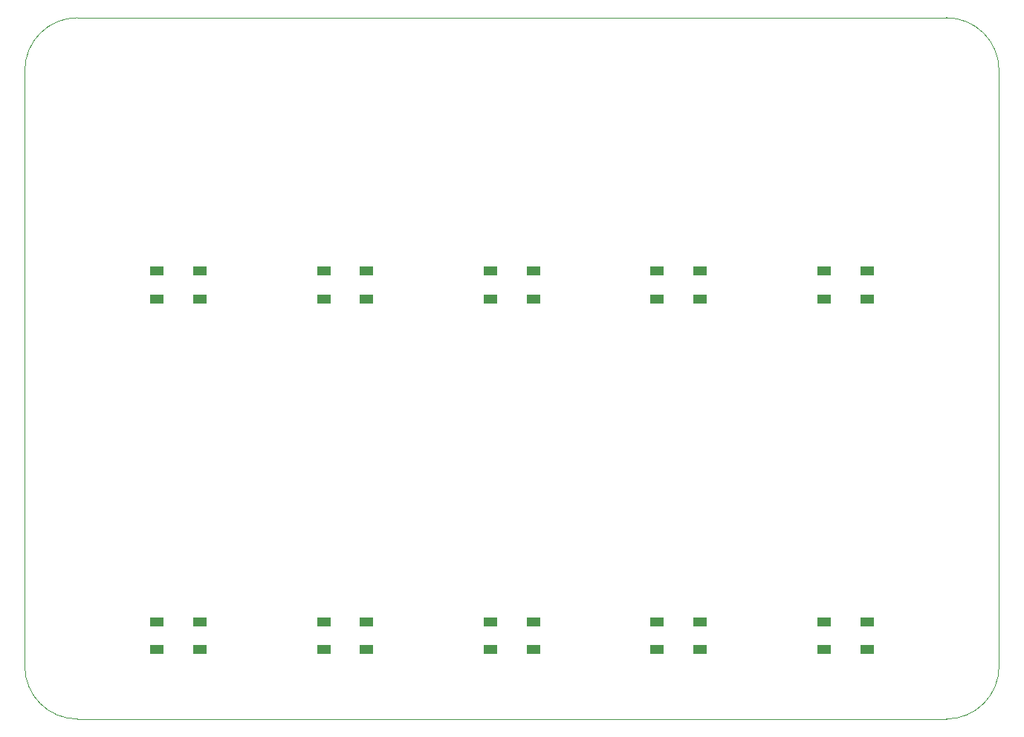
<source format=gbr>
G04 #@! TF.GenerationSoftware,KiCad,Pcbnew,(5.1.8)-1*
G04 #@! TF.CreationDate,2021-06-03T22:44:18-04:00*
G04 #@! TF.ProjectId,inkkeys,696e6b6b-6579-4732-9e6b-696361645f70,rev?*
G04 #@! TF.SameCoordinates,Original*
G04 #@! TF.FileFunction,Paste,Top*
G04 #@! TF.FilePolarity,Positive*
%FSLAX46Y46*%
G04 Gerber Fmt 4.6, Leading zero omitted, Abs format (unit mm)*
G04 Created by KiCad (PCBNEW (5.1.8)-1) date 2021-06-03 22:44:18*
%MOMM*%
%LPD*%
G01*
G04 APERTURE LIST*
G04 #@! TA.AperFunction,Profile*
%ADD10C,0.100000*%
G04 #@! TD*
%ADD11R,1.500000X1.000000*%
G04 APERTURE END LIST*
D10*
X202000000Y-60000000D02*
G75*
G02*
X208000000Y-66000000I0J-6000000D01*
G01*
X208000000Y-134000000D02*
G75*
G02*
X202000000Y-140000000I-6000000J0D01*
G01*
X103000000Y-140000000D02*
G75*
G02*
X97000000Y-134000000I0J6000000D01*
G01*
X97000000Y-66000000D02*
G75*
G02*
X103000000Y-60000000I6000000J0D01*
G01*
X97000000Y-134000000D02*
X97000000Y-66000000D01*
X202000000Y-140000000D02*
X103000000Y-140000000D01*
X208000000Y-66000000D02*
X208000000Y-134000000D01*
X103000000Y-60000000D02*
X202000000Y-60000000D01*
D11*
G04 #@! TO.C,D25*
X188050000Y-128900000D03*
X188050000Y-132100000D03*
X192950000Y-128900000D03*
X192950000Y-132100000D03*
G04 #@! TD*
G04 #@! TO.C,D24*
X188050000Y-88900000D03*
X188050000Y-92100000D03*
X192950000Y-88900000D03*
X192950000Y-92100000D03*
G04 #@! TD*
G04 #@! TO.C,D22*
X169050000Y-128900000D03*
X169050000Y-132100000D03*
X173950000Y-128900000D03*
X173950000Y-132100000D03*
G04 #@! TD*
G04 #@! TO.C,D21*
X169050000Y-88900000D03*
X169050000Y-92100000D03*
X173950000Y-88900000D03*
X173950000Y-92100000D03*
G04 #@! TD*
G04 #@! TO.C,D19*
X150050000Y-128900000D03*
X150050000Y-132100000D03*
X154950000Y-128900000D03*
X154950000Y-132100000D03*
G04 #@! TD*
G04 #@! TO.C,D18*
X150050000Y-88900000D03*
X150050000Y-92100000D03*
X154950000Y-88900000D03*
X154950000Y-92100000D03*
G04 #@! TD*
G04 #@! TO.C,D16*
X131050000Y-128900000D03*
X131050000Y-132100000D03*
X135950000Y-128900000D03*
X135950000Y-132100000D03*
G04 #@! TD*
G04 #@! TO.C,D15*
X131050000Y-88900000D03*
X131050000Y-92100000D03*
X135950000Y-88900000D03*
X135950000Y-92100000D03*
G04 #@! TD*
G04 #@! TO.C,D13*
X112050000Y-128900000D03*
X112050000Y-132100000D03*
X116950000Y-128900000D03*
X116950000Y-132100000D03*
G04 #@! TD*
G04 #@! TO.C,D12*
X112050000Y-88900000D03*
X112050000Y-92100000D03*
X116950000Y-88900000D03*
X116950000Y-92100000D03*
G04 #@! TD*
M02*

</source>
